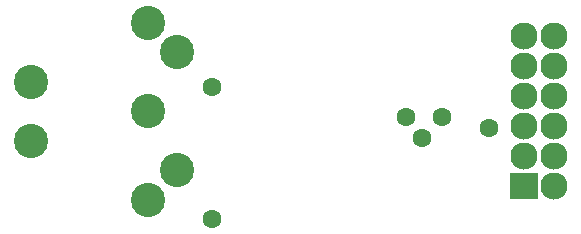
<source format=gbr>
G04 #@! TF.FileFunction,Soldermask,Bot*
%FSLAX46Y46*%
G04 Gerber Fmt 4.6, Leading zero omitted, Abs format (unit mm)*
G04 Created by KiCad (PCBNEW 4.0.2+dfsg1-stable) date mer. 30 août 2017 19:27:24 CEST*
%MOMM*%
G01*
G04 APERTURE LIST*
%ADD10C,0.100000*%
%ADD11R,2.400000X2.300000*%
%ADD12C,2.300000*%
%ADD13C,1.598880*%
%ADD14C,2.900000*%
G04 APERTURE END LIST*
D10*
D11*
X167309800Y-111350000D03*
D12*
X167309800Y-108810000D03*
X167309800Y-106270000D03*
X167309800Y-103730000D03*
X167309800Y-101190000D03*
X167309800Y-98650000D03*
X169849800Y-111350000D03*
X169849800Y-108810000D03*
X169849800Y-106270000D03*
X169849800Y-103730000D03*
X169849800Y-101190000D03*
X169849800Y-98650000D03*
D13*
X160362900Y-105460800D03*
X157314900Y-105460800D03*
X164350700Y-106426000D03*
D14*
X135500000Y-97500000D03*
X135500000Y-105000000D03*
X135500000Y-112500000D03*
X138000000Y-100000000D03*
X138000000Y-110000000D03*
X125600000Y-102500000D03*
X125600000Y-107500000D03*
D13*
X140893800Y-114109500D03*
X140900000Y-102900000D03*
X158711900Y-107213400D03*
M02*

</source>
